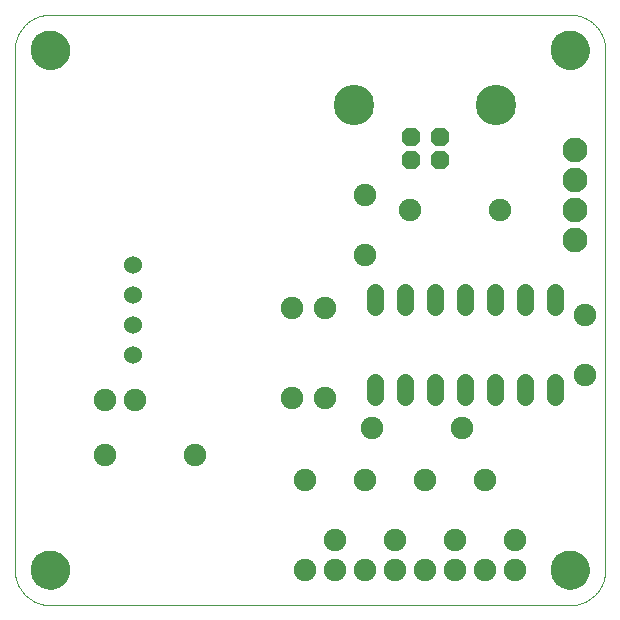
<source format=gbs>
G75*
%MOIN*%
%OFA0B0*%
%FSLAX25Y25*%
%IPPOS*%
%LPD*%
%AMOC8*
5,1,8,0,0,1.08239X$1,22.5*
%
%ADD10C,0.00000*%
%ADD11C,0.12998*%
%ADD12C,0.07487*%
%ADD13C,0.05600*%
%ADD14OC8,0.06140*%
%ADD15C,0.13455*%
%ADD16C,0.08274*%
%ADD17C,0.06000*%
D10*
X0005724Y0017535D02*
X0005724Y0190764D01*
X0011236Y0190764D02*
X0011238Y0190922D01*
X0011244Y0191080D01*
X0011254Y0191238D01*
X0011268Y0191396D01*
X0011286Y0191553D01*
X0011307Y0191710D01*
X0011333Y0191866D01*
X0011363Y0192022D01*
X0011396Y0192177D01*
X0011434Y0192330D01*
X0011475Y0192483D01*
X0011520Y0192635D01*
X0011569Y0192786D01*
X0011622Y0192935D01*
X0011678Y0193083D01*
X0011738Y0193229D01*
X0011802Y0193374D01*
X0011870Y0193517D01*
X0011941Y0193659D01*
X0012015Y0193799D01*
X0012093Y0193936D01*
X0012175Y0194072D01*
X0012259Y0194206D01*
X0012348Y0194337D01*
X0012439Y0194466D01*
X0012534Y0194593D01*
X0012631Y0194718D01*
X0012732Y0194840D01*
X0012836Y0194959D01*
X0012943Y0195076D01*
X0013053Y0195190D01*
X0013166Y0195301D01*
X0013281Y0195410D01*
X0013399Y0195515D01*
X0013520Y0195617D01*
X0013643Y0195717D01*
X0013769Y0195813D01*
X0013897Y0195906D01*
X0014027Y0195996D01*
X0014160Y0196082D01*
X0014295Y0196166D01*
X0014431Y0196245D01*
X0014570Y0196322D01*
X0014711Y0196394D01*
X0014853Y0196464D01*
X0014997Y0196529D01*
X0015143Y0196591D01*
X0015290Y0196649D01*
X0015439Y0196704D01*
X0015589Y0196755D01*
X0015740Y0196802D01*
X0015892Y0196845D01*
X0016045Y0196884D01*
X0016200Y0196920D01*
X0016355Y0196951D01*
X0016511Y0196979D01*
X0016667Y0197003D01*
X0016824Y0197023D01*
X0016982Y0197039D01*
X0017139Y0197051D01*
X0017298Y0197059D01*
X0017456Y0197063D01*
X0017614Y0197063D01*
X0017772Y0197059D01*
X0017931Y0197051D01*
X0018088Y0197039D01*
X0018246Y0197023D01*
X0018403Y0197003D01*
X0018559Y0196979D01*
X0018715Y0196951D01*
X0018870Y0196920D01*
X0019025Y0196884D01*
X0019178Y0196845D01*
X0019330Y0196802D01*
X0019481Y0196755D01*
X0019631Y0196704D01*
X0019780Y0196649D01*
X0019927Y0196591D01*
X0020073Y0196529D01*
X0020217Y0196464D01*
X0020359Y0196394D01*
X0020500Y0196322D01*
X0020639Y0196245D01*
X0020775Y0196166D01*
X0020910Y0196082D01*
X0021043Y0195996D01*
X0021173Y0195906D01*
X0021301Y0195813D01*
X0021427Y0195717D01*
X0021550Y0195617D01*
X0021671Y0195515D01*
X0021789Y0195410D01*
X0021904Y0195301D01*
X0022017Y0195190D01*
X0022127Y0195076D01*
X0022234Y0194959D01*
X0022338Y0194840D01*
X0022439Y0194718D01*
X0022536Y0194593D01*
X0022631Y0194466D01*
X0022722Y0194337D01*
X0022811Y0194206D01*
X0022895Y0194072D01*
X0022977Y0193936D01*
X0023055Y0193799D01*
X0023129Y0193659D01*
X0023200Y0193517D01*
X0023268Y0193374D01*
X0023332Y0193229D01*
X0023392Y0193083D01*
X0023448Y0192935D01*
X0023501Y0192786D01*
X0023550Y0192635D01*
X0023595Y0192483D01*
X0023636Y0192330D01*
X0023674Y0192177D01*
X0023707Y0192022D01*
X0023737Y0191866D01*
X0023763Y0191710D01*
X0023784Y0191553D01*
X0023802Y0191396D01*
X0023816Y0191238D01*
X0023826Y0191080D01*
X0023832Y0190922D01*
X0023834Y0190764D01*
X0023832Y0190606D01*
X0023826Y0190448D01*
X0023816Y0190290D01*
X0023802Y0190132D01*
X0023784Y0189975D01*
X0023763Y0189818D01*
X0023737Y0189662D01*
X0023707Y0189506D01*
X0023674Y0189351D01*
X0023636Y0189198D01*
X0023595Y0189045D01*
X0023550Y0188893D01*
X0023501Y0188742D01*
X0023448Y0188593D01*
X0023392Y0188445D01*
X0023332Y0188299D01*
X0023268Y0188154D01*
X0023200Y0188011D01*
X0023129Y0187869D01*
X0023055Y0187729D01*
X0022977Y0187592D01*
X0022895Y0187456D01*
X0022811Y0187322D01*
X0022722Y0187191D01*
X0022631Y0187062D01*
X0022536Y0186935D01*
X0022439Y0186810D01*
X0022338Y0186688D01*
X0022234Y0186569D01*
X0022127Y0186452D01*
X0022017Y0186338D01*
X0021904Y0186227D01*
X0021789Y0186118D01*
X0021671Y0186013D01*
X0021550Y0185911D01*
X0021427Y0185811D01*
X0021301Y0185715D01*
X0021173Y0185622D01*
X0021043Y0185532D01*
X0020910Y0185446D01*
X0020775Y0185362D01*
X0020639Y0185283D01*
X0020500Y0185206D01*
X0020359Y0185134D01*
X0020217Y0185064D01*
X0020073Y0184999D01*
X0019927Y0184937D01*
X0019780Y0184879D01*
X0019631Y0184824D01*
X0019481Y0184773D01*
X0019330Y0184726D01*
X0019178Y0184683D01*
X0019025Y0184644D01*
X0018870Y0184608D01*
X0018715Y0184577D01*
X0018559Y0184549D01*
X0018403Y0184525D01*
X0018246Y0184505D01*
X0018088Y0184489D01*
X0017931Y0184477D01*
X0017772Y0184469D01*
X0017614Y0184465D01*
X0017456Y0184465D01*
X0017298Y0184469D01*
X0017139Y0184477D01*
X0016982Y0184489D01*
X0016824Y0184505D01*
X0016667Y0184525D01*
X0016511Y0184549D01*
X0016355Y0184577D01*
X0016200Y0184608D01*
X0016045Y0184644D01*
X0015892Y0184683D01*
X0015740Y0184726D01*
X0015589Y0184773D01*
X0015439Y0184824D01*
X0015290Y0184879D01*
X0015143Y0184937D01*
X0014997Y0184999D01*
X0014853Y0185064D01*
X0014711Y0185134D01*
X0014570Y0185206D01*
X0014431Y0185283D01*
X0014295Y0185362D01*
X0014160Y0185446D01*
X0014027Y0185532D01*
X0013897Y0185622D01*
X0013769Y0185715D01*
X0013643Y0185811D01*
X0013520Y0185911D01*
X0013399Y0186013D01*
X0013281Y0186118D01*
X0013166Y0186227D01*
X0013053Y0186338D01*
X0012943Y0186452D01*
X0012836Y0186569D01*
X0012732Y0186688D01*
X0012631Y0186810D01*
X0012534Y0186935D01*
X0012439Y0187062D01*
X0012348Y0187191D01*
X0012259Y0187322D01*
X0012175Y0187456D01*
X0012093Y0187592D01*
X0012015Y0187729D01*
X0011941Y0187869D01*
X0011870Y0188011D01*
X0011802Y0188154D01*
X0011738Y0188299D01*
X0011678Y0188445D01*
X0011622Y0188593D01*
X0011569Y0188742D01*
X0011520Y0188893D01*
X0011475Y0189045D01*
X0011434Y0189198D01*
X0011396Y0189351D01*
X0011363Y0189506D01*
X0011333Y0189662D01*
X0011307Y0189818D01*
X0011286Y0189975D01*
X0011268Y0190132D01*
X0011254Y0190290D01*
X0011244Y0190448D01*
X0011238Y0190606D01*
X0011236Y0190764D01*
X0005724Y0190764D02*
X0005727Y0191049D01*
X0005738Y0191335D01*
X0005755Y0191620D01*
X0005779Y0191904D01*
X0005810Y0192188D01*
X0005848Y0192471D01*
X0005893Y0192752D01*
X0005944Y0193033D01*
X0006002Y0193313D01*
X0006067Y0193591D01*
X0006139Y0193867D01*
X0006217Y0194141D01*
X0006302Y0194414D01*
X0006394Y0194684D01*
X0006492Y0194952D01*
X0006596Y0195218D01*
X0006707Y0195481D01*
X0006824Y0195741D01*
X0006947Y0195999D01*
X0007077Y0196253D01*
X0007213Y0196504D01*
X0007354Y0196752D01*
X0007502Y0196996D01*
X0007655Y0197237D01*
X0007815Y0197473D01*
X0007980Y0197706D01*
X0008150Y0197935D01*
X0008326Y0198160D01*
X0008508Y0198380D01*
X0008694Y0198596D01*
X0008886Y0198807D01*
X0009083Y0199014D01*
X0009285Y0199216D01*
X0009492Y0199413D01*
X0009703Y0199605D01*
X0009919Y0199791D01*
X0010139Y0199973D01*
X0010364Y0200149D01*
X0010593Y0200319D01*
X0010826Y0200484D01*
X0011062Y0200644D01*
X0011303Y0200797D01*
X0011547Y0200945D01*
X0011795Y0201086D01*
X0012046Y0201222D01*
X0012300Y0201352D01*
X0012558Y0201475D01*
X0012818Y0201592D01*
X0013081Y0201703D01*
X0013347Y0201807D01*
X0013615Y0201905D01*
X0013885Y0201997D01*
X0014158Y0202082D01*
X0014432Y0202160D01*
X0014708Y0202232D01*
X0014986Y0202297D01*
X0015266Y0202355D01*
X0015547Y0202406D01*
X0015828Y0202451D01*
X0016111Y0202489D01*
X0016395Y0202520D01*
X0016679Y0202544D01*
X0016964Y0202561D01*
X0017250Y0202572D01*
X0017535Y0202575D01*
X0190764Y0202575D01*
X0184465Y0190764D02*
X0184467Y0190922D01*
X0184473Y0191080D01*
X0184483Y0191238D01*
X0184497Y0191396D01*
X0184515Y0191553D01*
X0184536Y0191710D01*
X0184562Y0191866D01*
X0184592Y0192022D01*
X0184625Y0192177D01*
X0184663Y0192330D01*
X0184704Y0192483D01*
X0184749Y0192635D01*
X0184798Y0192786D01*
X0184851Y0192935D01*
X0184907Y0193083D01*
X0184967Y0193229D01*
X0185031Y0193374D01*
X0185099Y0193517D01*
X0185170Y0193659D01*
X0185244Y0193799D01*
X0185322Y0193936D01*
X0185404Y0194072D01*
X0185488Y0194206D01*
X0185577Y0194337D01*
X0185668Y0194466D01*
X0185763Y0194593D01*
X0185860Y0194718D01*
X0185961Y0194840D01*
X0186065Y0194959D01*
X0186172Y0195076D01*
X0186282Y0195190D01*
X0186395Y0195301D01*
X0186510Y0195410D01*
X0186628Y0195515D01*
X0186749Y0195617D01*
X0186872Y0195717D01*
X0186998Y0195813D01*
X0187126Y0195906D01*
X0187256Y0195996D01*
X0187389Y0196082D01*
X0187524Y0196166D01*
X0187660Y0196245D01*
X0187799Y0196322D01*
X0187940Y0196394D01*
X0188082Y0196464D01*
X0188226Y0196529D01*
X0188372Y0196591D01*
X0188519Y0196649D01*
X0188668Y0196704D01*
X0188818Y0196755D01*
X0188969Y0196802D01*
X0189121Y0196845D01*
X0189274Y0196884D01*
X0189429Y0196920D01*
X0189584Y0196951D01*
X0189740Y0196979D01*
X0189896Y0197003D01*
X0190053Y0197023D01*
X0190211Y0197039D01*
X0190368Y0197051D01*
X0190527Y0197059D01*
X0190685Y0197063D01*
X0190843Y0197063D01*
X0191001Y0197059D01*
X0191160Y0197051D01*
X0191317Y0197039D01*
X0191475Y0197023D01*
X0191632Y0197003D01*
X0191788Y0196979D01*
X0191944Y0196951D01*
X0192099Y0196920D01*
X0192254Y0196884D01*
X0192407Y0196845D01*
X0192559Y0196802D01*
X0192710Y0196755D01*
X0192860Y0196704D01*
X0193009Y0196649D01*
X0193156Y0196591D01*
X0193302Y0196529D01*
X0193446Y0196464D01*
X0193588Y0196394D01*
X0193729Y0196322D01*
X0193868Y0196245D01*
X0194004Y0196166D01*
X0194139Y0196082D01*
X0194272Y0195996D01*
X0194402Y0195906D01*
X0194530Y0195813D01*
X0194656Y0195717D01*
X0194779Y0195617D01*
X0194900Y0195515D01*
X0195018Y0195410D01*
X0195133Y0195301D01*
X0195246Y0195190D01*
X0195356Y0195076D01*
X0195463Y0194959D01*
X0195567Y0194840D01*
X0195668Y0194718D01*
X0195765Y0194593D01*
X0195860Y0194466D01*
X0195951Y0194337D01*
X0196040Y0194206D01*
X0196124Y0194072D01*
X0196206Y0193936D01*
X0196284Y0193799D01*
X0196358Y0193659D01*
X0196429Y0193517D01*
X0196497Y0193374D01*
X0196561Y0193229D01*
X0196621Y0193083D01*
X0196677Y0192935D01*
X0196730Y0192786D01*
X0196779Y0192635D01*
X0196824Y0192483D01*
X0196865Y0192330D01*
X0196903Y0192177D01*
X0196936Y0192022D01*
X0196966Y0191866D01*
X0196992Y0191710D01*
X0197013Y0191553D01*
X0197031Y0191396D01*
X0197045Y0191238D01*
X0197055Y0191080D01*
X0197061Y0190922D01*
X0197063Y0190764D01*
X0197061Y0190606D01*
X0197055Y0190448D01*
X0197045Y0190290D01*
X0197031Y0190132D01*
X0197013Y0189975D01*
X0196992Y0189818D01*
X0196966Y0189662D01*
X0196936Y0189506D01*
X0196903Y0189351D01*
X0196865Y0189198D01*
X0196824Y0189045D01*
X0196779Y0188893D01*
X0196730Y0188742D01*
X0196677Y0188593D01*
X0196621Y0188445D01*
X0196561Y0188299D01*
X0196497Y0188154D01*
X0196429Y0188011D01*
X0196358Y0187869D01*
X0196284Y0187729D01*
X0196206Y0187592D01*
X0196124Y0187456D01*
X0196040Y0187322D01*
X0195951Y0187191D01*
X0195860Y0187062D01*
X0195765Y0186935D01*
X0195668Y0186810D01*
X0195567Y0186688D01*
X0195463Y0186569D01*
X0195356Y0186452D01*
X0195246Y0186338D01*
X0195133Y0186227D01*
X0195018Y0186118D01*
X0194900Y0186013D01*
X0194779Y0185911D01*
X0194656Y0185811D01*
X0194530Y0185715D01*
X0194402Y0185622D01*
X0194272Y0185532D01*
X0194139Y0185446D01*
X0194004Y0185362D01*
X0193868Y0185283D01*
X0193729Y0185206D01*
X0193588Y0185134D01*
X0193446Y0185064D01*
X0193302Y0184999D01*
X0193156Y0184937D01*
X0193009Y0184879D01*
X0192860Y0184824D01*
X0192710Y0184773D01*
X0192559Y0184726D01*
X0192407Y0184683D01*
X0192254Y0184644D01*
X0192099Y0184608D01*
X0191944Y0184577D01*
X0191788Y0184549D01*
X0191632Y0184525D01*
X0191475Y0184505D01*
X0191317Y0184489D01*
X0191160Y0184477D01*
X0191001Y0184469D01*
X0190843Y0184465D01*
X0190685Y0184465D01*
X0190527Y0184469D01*
X0190368Y0184477D01*
X0190211Y0184489D01*
X0190053Y0184505D01*
X0189896Y0184525D01*
X0189740Y0184549D01*
X0189584Y0184577D01*
X0189429Y0184608D01*
X0189274Y0184644D01*
X0189121Y0184683D01*
X0188969Y0184726D01*
X0188818Y0184773D01*
X0188668Y0184824D01*
X0188519Y0184879D01*
X0188372Y0184937D01*
X0188226Y0184999D01*
X0188082Y0185064D01*
X0187940Y0185134D01*
X0187799Y0185206D01*
X0187660Y0185283D01*
X0187524Y0185362D01*
X0187389Y0185446D01*
X0187256Y0185532D01*
X0187126Y0185622D01*
X0186998Y0185715D01*
X0186872Y0185811D01*
X0186749Y0185911D01*
X0186628Y0186013D01*
X0186510Y0186118D01*
X0186395Y0186227D01*
X0186282Y0186338D01*
X0186172Y0186452D01*
X0186065Y0186569D01*
X0185961Y0186688D01*
X0185860Y0186810D01*
X0185763Y0186935D01*
X0185668Y0187062D01*
X0185577Y0187191D01*
X0185488Y0187322D01*
X0185404Y0187456D01*
X0185322Y0187592D01*
X0185244Y0187729D01*
X0185170Y0187869D01*
X0185099Y0188011D01*
X0185031Y0188154D01*
X0184967Y0188299D01*
X0184907Y0188445D01*
X0184851Y0188593D01*
X0184798Y0188742D01*
X0184749Y0188893D01*
X0184704Y0189045D01*
X0184663Y0189198D01*
X0184625Y0189351D01*
X0184592Y0189506D01*
X0184562Y0189662D01*
X0184536Y0189818D01*
X0184515Y0189975D01*
X0184497Y0190132D01*
X0184483Y0190290D01*
X0184473Y0190448D01*
X0184467Y0190606D01*
X0184465Y0190764D01*
X0190764Y0202575D02*
X0191049Y0202572D01*
X0191335Y0202561D01*
X0191620Y0202544D01*
X0191904Y0202520D01*
X0192188Y0202489D01*
X0192471Y0202451D01*
X0192752Y0202406D01*
X0193033Y0202355D01*
X0193313Y0202297D01*
X0193591Y0202232D01*
X0193867Y0202160D01*
X0194141Y0202082D01*
X0194414Y0201997D01*
X0194684Y0201905D01*
X0194952Y0201807D01*
X0195218Y0201703D01*
X0195481Y0201592D01*
X0195741Y0201475D01*
X0195999Y0201352D01*
X0196253Y0201222D01*
X0196504Y0201086D01*
X0196752Y0200945D01*
X0196996Y0200797D01*
X0197237Y0200644D01*
X0197473Y0200484D01*
X0197706Y0200319D01*
X0197935Y0200149D01*
X0198160Y0199973D01*
X0198380Y0199791D01*
X0198596Y0199605D01*
X0198807Y0199413D01*
X0199014Y0199216D01*
X0199216Y0199014D01*
X0199413Y0198807D01*
X0199605Y0198596D01*
X0199791Y0198380D01*
X0199973Y0198160D01*
X0200149Y0197935D01*
X0200319Y0197706D01*
X0200484Y0197473D01*
X0200644Y0197237D01*
X0200797Y0196996D01*
X0200945Y0196752D01*
X0201086Y0196504D01*
X0201222Y0196253D01*
X0201352Y0195999D01*
X0201475Y0195741D01*
X0201592Y0195481D01*
X0201703Y0195218D01*
X0201807Y0194952D01*
X0201905Y0194684D01*
X0201997Y0194414D01*
X0202082Y0194141D01*
X0202160Y0193867D01*
X0202232Y0193591D01*
X0202297Y0193313D01*
X0202355Y0193033D01*
X0202406Y0192752D01*
X0202451Y0192471D01*
X0202489Y0192188D01*
X0202520Y0191904D01*
X0202544Y0191620D01*
X0202561Y0191335D01*
X0202572Y0191049D01*
X0202575Y0190764D01*
X0202575Y0017535D01*
X0184465Y0017535D02*
X0184467Y0017693D01*
X0184473Y0017851D01*
X0184483Y0018009D01*
X0184497Y0018167D01*
X0184515Y0018324D01*
X0184536Y0018481D01*
X0184562Y0018637D01*
X0184592Y0018793D01*
X0184625Y0018948D01*
X0184663Y0019101D01*
X0184704Y0019254D01*
X0184749Y0019406D01*
X0184798Y0019557D01*
X0184851Y0019706D01*
X0184907Y0019854D01*
X0184967Y0020000D01*
X0185031Y0020145D01*
X0185099Y0020288D01*
X0185170Y0020430D01*
X0185244Y0020570D01*
X0185322Y0020707D01*
X0185404Y0020843D01*
X0185488Y0020977D01*
X0185577Y0021108D01*
X0185668Y0021237D01*
X0185763Y0021364D01*
X0185860Y0021489D01*
X0185961Y0021611D01*
X0186065Y0021730D01*
X0186172Y0021847D01*
X0186282Y0021961D01*
X0186395Y0022072D01*
X0186510Y0022181D01*
X0186628Y0022286D01*
X0186749Y0022388D01*
X0186872Y0022488D01*
X0186998Y0022584D01*
X0187126Y0022677D01*
X0187256Y0022767D01*
X0187389Y0022853D01*
X0187524Y0022937D01*
X0187660Y0023016D01*
X0187799Y0023093D01*
X0187940Y0023165D01*
X0188082Y0023235D01*
X0188226Y0023300D01*
X0188372Y0023362D01*
X0188519Y0023420D01*
X0188668Y0023475D01*
X0188818Y0023526D01*
X0188969Y0023573D01*
X0189121Y0023616D01*
X0189274Y0023655D01*
X0189429Y0023691D01*
X0189584Y0023722D01*
X0189740Y0023750D01*
X0189896Y0023774D01*
X0190053Y0023794D01*
X0190211Y0023810D01*
X0190368Y0023822D01*
X0190527Y0023830D01*
X0190685Y0023834D01*
X0190843Y0023834D01*
X0191001Y0023830D01*
X0191160Y0023822D01*
X0191317Y0023810D01*
X0191475Y0023794D01*
X0191632Y0023774D01*
X0191788Y0023750D01*
X0191944Y0023722D01*
X0192099Y0023691D01*
X0192254Y0023655D01*
X0192407Y0023616D01*
X0192559Y0023573D01*
X0192710Y0023526D01*
X0192860Y0023475D01*
X0193009Y0023420D01*
X0193156Y0023362D01*
X0193302Y0023300D01*
X0193446Y0023235D01*
X0193588Y0023165D01*
X0193729Y0023093D01*
X0193868Y0023016D01*
X0194004Y0022937D01*
X0194139Y0022853D01*
X0194272Y0022767D01*
X0194402Y0022677D01*
X0194530Y0022584D01*
X0194656Y0022488D01*
X0194779Y0022388D01*
X0194900Y0022286D01*
X0195018Y0022181D01*
X0195133Y0022072D01*
X0195246Y0021961D01*
X0195356Y0021847D01*
X0195463Y0021730D01*
X0195567Y0021611D01*
X0195668Y0021489D01*
X0195765Y0021364D01*
X0195860Y0021237D01*
X0195951Y0021108D01*
X0196040Y0020977D01*
X0196124Y0020843D01*
X0196206Y0020707D01*
X0196284Y0020570D01*
X0196358Y0020430D01*
X0196429Y0020288D01*
X0196497Y0020145D01*
X0196561Y0020000D01*
X0196621Y0019854D01*
X0196677Y0019706D01*
X0196730Y0019557D01*
X0196779Y0019406D01*
X0196824Y0019254D01*
X0196865Y0019101D01*
X0196903Y0018948D01*
X0196936Y0018793D01*
X0196966Y0018637D01*
X0196992Y0018481D01*
X0197013Y0018324D01*
X0197031Y0018167D01*
X0197045Y0018009D01*
X0197055Y0017851D01*
X0197061Y0017693D01*
X0197063Y0017535D01*
X0197061Y0017377D01*
X0197055Y0017219D01*
X0197045Y0017061D01*
X0197031Y0016903D01*
X0197013Y0016746D01*
X0196992Y0016589D01*
X0196966Y0016433D01*
X0196936Y0016277D01*
X0196903Y0016122D01*
X0196865Y0015969D01*
X0196824Y0015816D01*
X0196779Y0015664D01*
X0196730Y0015513D01*
X0196677Y0015364D01*
X0196621Y0015216D01*
X0196561Y0015070D01*
X0196497Y0014925D01*
X0196429Y0014782D01*
X0196358Y0014640D01*
X0196284Y0014500D01*
X0196206Y0014363D01*
X0196124Y0014227D01*
X0196040Y0014093D01*
X0195951Y0013962D01*
X0195860Y0013833D01*
X0195765Y0013706D01*
X0195668Y0013581D01*
X0195567Y0013459D01*
X0195463Y0013340D01*
X0195356Y0013223D01*
X0195246Y0013109D01*
X0195133Y0012998D01*
X0195018Y0012889D01*
X0194900Y0012784D01*
X0194779Y0012682D01*
X0194656Y0012582D01*
X0194530Y0012486D01*
X0194402Y0012393D01*
X0194272Y0012303D01*
X0194139Y0012217D01*
X0194004Y0012133D01*
X0193868Y0012054D01*
X0193729Y0011977D01*
X0193588Y0011905D01*
X0193446Y0011835D01*
X0193302Y0011770D01*
X0193156Y0011708D01*
X0193009Y0011650D01*
X0192860Y0011595D01*
X0192710Y0011544D01*
X0192559Y0011497D01*
X0192407Y0011454D01*
X0192254Y0011415D01*
X0192099Y0011379D01*
X0191944Y0011348D01*
X0191788Y0011320D01*
X0191632Y0011296D01*
X0191475Y0011276D01*
X0191317Y0011260D01*
X0191160Y0011248D01*
X0191001Y0011240D01*
X0190843Y0011236D01*
X0190685Y0011236D01*
X0190527Y0011240D01*
X0190368Y0011248D01*
X0190211Y0011260D01*
X0190053Y0011276D01*
X0189896Y0011296D01*
X0189740Y0011320D01*
X0189584Y0011348D01*
X0189429Y0011379D01*
X0189274Y0011415D01*
X0189121Y0011454D01*
X0188969Y0011497D01*
X0188818Y0011544D01*
X0188668Y0011595D01*
X0188519Y0011650D01*
X0188372Y0011708D01*
X0188226Y0011770D01*
X0188082Y0011835D01*
X0187940Y0011905D01*
X0187799Y0011977D01*
X0187660Y0012054D01*
X0187524Y0012133D01*
X0187389Y0012217D01*
X0187256Y0012303D01*
X0187126Y0012393D01*
X0186998Y0012486D01*
X0186872Y0012582D01*
X0186749Y0012682D01*
X0186628Y0012784D01*
X0186510Y0012889D01*
X0186395Y0012998D01*
X0186282Y0013109D01*
X0186172Y0013223D01*
X0186065Y0013340D01*
X0185961Y0013459D01*
X0185860Y0013581D01*
X0185763Y0013706D01*
X0185668Y0013833D01*
X0185577Y0013962D01*
X0185488Y0014093D01*
X0185404Y0014227D01*
X0185322Y0014363D01*
X0185244Y0014500D01*
X0185170Y0014640D01*
X0185099Y0014782D01*
X0185031Y0014925D01*
X0184967Y0015070D01*
X0184907Y0015216D01*
X0184851Y0015364D01*
X0184798Y0015513D01*
X0184749Y0015664D01*
X0184704Y0015816D01*
X0184663Y0015969D01*
X0184625Y0016122D01*
X0184592Y0016277D01*
X0184562Y0016433D01*
X0184536Y0016589D01*
X0184515Y0016746D01*
X0184497Y0016903D01*
X0184483Y0017061D01*
X0184473Y0017219D01*
X0184467Y0017377D01*
X0184465Y0017535D01*
X0190764Y0005724D02*
X0191049Y0005727D01*
X0191335Y0005738D01*
X0191620Y0005755D01*
X0191904Y0005779D01*
X0192188Y0005810D01*
X0192471Y0005848D01*
X0192752Y0005893D01*
X0193033Y0005944D01*
X0193313Y0006002D01*
X0193591Y0006067D01*
X0193867Y0006139D01*
X0194141Y0006217D01*
X0194414Y0006302D01*
X0194684Y0006394D01*
X0194952Y0006492D01*
X0195218Y0006596D01*
X0195481Y0006707D01*
X0195741Y0006824D01*
X0195999Y0006947D01*
X0196253Y0007077D01*
X0196504Y0007213D01*
X0196752Y0007354D01*
X0196996Y0007502D01*
X0197237Y0007655D01*
X0197473Y0007815D01*
X0197706Y0007980D01*
X0197935Y0008150D01*
X0198160Y0008326D01*
X0198380Y0008508D01*
X0198596Y0008694D01*
X0198807Y0008886D01*
X0199014Y0009083D01*
X0199216Y0009285D01*
X0199413Y0009492D01*
X0199605Y0009703D01*
X0199791Y0009919D01*
X0199973Y0010139D01*
X0200149Y0010364D01*
X0200319Y0010593D01*
X0200484Y0010826D01*
X0200644Y0011062D01*
X0200797Y0011303D01*
X0200945Y0011547D01*
X0201086Y0011795D01*
X0201222Y0012046D01*
X0201352Y0012300D01*
X0201475Y0012558D01*
X0201592Y0012818D01*
X0201703Y0013081D01*
X0201807Y0013347D01*
X0201905Y0013615D01*
X0201997Y0013885D01*
X0202082Y0014158D01*
X0202160Y0014432D01*
X0202232Y0014708D01*
X0202297Y0014986D01*
X0202355Y0015266D01*
X0202406Y0015547D01*
X0202451Y0015828D01*
X0202489Y0016111D01*
X0202520Y0016395D01*
X0202544Y0016679D01*
X0202561Y0016964D01*
X0202572Y0017250D01*
X0202575Y0017535D01*
X0190764Y0005724D02*
X0017535Y0005724D01*
X0011236Y0017535D02*
X0011238Y0017693D01*
X0011244Y0017851D01*
X0011254Y0018009D01*
X0011268Y0018167D01*
X0011286Y0018324D01*
X0011307Y0018481D01*
X0011333Y0018637D01*
X0011363Y0018793D01*
X0011396Y0018948D01*
X0011434Y0019101D01*
X0011475Y0019254D01*
X0011520Y0019406D01*
X0011569Y0019557D01*
X0011622Y0019706D01*
X0011678Y0019854D01*
X0011738Y0020000D01*
X0011802Y0020145D01*
X0011870Y0020288D01*
X0011941Y0020430D01*
X0012015Y0020570D01*
X0012093Y0020707D01*
X0012175Y0020843D01*
X0012259Y0020977D01*
X0012348Y0021108D01*
X0012439Y0021237D01*
X0012534Y0021364D01*
X0012631Y0021489D01*
X0012732Y0021611D01*
X0012836Y0021730D01*
X0012943Y0021847D01*
X0013053Y0021961D01*
X0013166Y0022072D01*
X0013281Y0022181D01*
X0013399Y0022286D01*
X0013520Y0022388D01*
X0013643Y0022488D01*
X0013769Y0022584D01*
X0013897Y0022677D01*
X0014027Y0022767D01*
X0014160Y0022853D01*
X0014295Y0022937D01*
X0014431Y0023016D01*
X0014570Y0023093D01*
X0014711Y0023165D01*
X0014853Y0023235D01*
X0014997Y0023300D01*
X0015143Y0023362D01*
X0015290Y0023420D01*
X0015439Y0023475D01*
X0015589Y0023526D01*
X0015740Y0023573D01*
X0015892Y0023616D01*
X0016045Y0023655D01*
X0016200Y0023691D01*
X0016355Y0023722D01*
X0016511Y0023750D01*
X0016667Y0023774D01*
X0016824Y0023794D01*
X0016982Y0023810D01*
X0017139Y0023822D01*
X0017298Y0023830D01*
X0017456Y0023834D01*
X0017614Y0023834D01*
X0017772Y0023830D01*
X0017931Y0023822D01*
X0018088Y0023810D01*
X0018246Y0023794D01*
X0018403Y0023774D01*
X0018559Y0023750D01*
X0018715Y0023722D01*
X0018870Y0023691D01*
X0019025Y0023655D01*
X0019178Y0023616D01*
X0019330Y0023573D01*
X0019481Y0023526D01*
X0019631Y0023475D01*
X0019780Y0023420D01*
X0019927Y0023362D01*
X0020073Y0023300D01*
X0020217Y0023235D01*
X0020359Y0023165D01*
X0020500Y0023093D01*
X0020639Y0023016D01*
X0020775Y0022937D01*
X0020910Y0022853D01*
X0021043Y0022767D01*
X0021173Y0022677D01*
X0021301Y0022584D01*
X0021427Y0022488D01*
X0021550Y0022388D01*
X0021671Y0022286D01*
X0021789Y0022181D01*
X0021904Y0022072D01*
X0022017Y0021961D01*
X0022127Y0021847D01*
X0022234Y0021730D01*
X0022338Y0021611D01*
X0022439Y0021489D01*
X0022536Y0021364D01*
X0022631Y0021237D01*
X0022722Y0021108D01*
X0022811Y0020977D01*
X0022895Y0020843D01*
X0022977Y0020707D01*
X0023055Y0020570D01*
X0023129Y0020430D01*
X0023200Y0020288D01*
X0023268Y0020145D01*
X0023332Y0020000D01*
X0023392Y0019854D01*
X0023448Y0019706D01*
X0023501Y0019557D01*
X0023550Y0019406D01*
X0023595Y0019254D01*
X0023636Y0019101D01*
X0023674Y0018948D01*
X0023707Y0018793D01*
X0023737Y0018637D01*
X0023763Y0018481D01*
X0023784Y0018324D01*
X0023802Y0018167D01*
X0023816Y0018009D01*
X0023826Y0017851D01*
X0023832Y0017693D01*
X0023834Y0017535D01*
X0023832Y0017377D01*
X0023826Y0017219D01*
X0023816Y0017061D01*
X0023802Y0016903D01*
X0023784Y0016746D01*
X0023763Y0016589D01*
X0023737Y0016433D01*
X0023707Y0016277D01*
X0023674Y0016122D01*
X0023636Y0015969D01*
X0023595Y0015816D01*
X0023550Y0015664D01*
X0023501Y0015513D01*
X0023448Y0015364D01*
X0023392Y0015216D01*
X0023332Y0015070D01*
X0023268Y0014925D01*
X0023200Y0014782D01*
X0023129Y0014640D01*
X0023055Y0014500D01*
X0022977Y0014363D01*
X0022895Y0014227D01*
X0022811Y0014093D01*
X0022722Y0013962D01*
X0022631Y0013833D01*
X0022536Y0013706D01*
X0022439Y0013581D01*
X0022338Y0013459D01*
X0022234Y0013340D01*
X0022127Y0013223D01*
X0022017Y0013109D01*
X0021904Y0012998D01*
X0021789Y0012889D01*
X0021671Y0012784D01*
X0021550Y0012682D01*
X0021427Y0012582D01*
X0021301Y0012486D01*
X0021173Y0012393D01*
X0021043Y0012303D01*
X0020910Y0012217D01*
X0020775Y0012133D01*
X0020639Y0012054D01*
X0020500Y0011977D01*
X0020359Y0011905D01*
X0020217Y0011835D01*
X0020073Y0011770D01*
X0019927Y0011708D01*
X0019780Y0011650D01*
X0019631Y0011595D01*
X0019481Y0011544D01*
X0019330Y0011497D01*
X0019178Y0011454D01*
X0019025Y0011415D01*
X0018870Y0011379D01*
X0018715Y0011348D01*
X0018559Y0011320D01*
X0018403Y0011296D01*
X0018246Y0011276D01*
X0018088Y0011260D01*
X0017931Y0011248D01*
X0017772Y0011240D01*
X0017614Y0011236D01*
X0017456Y0011236D01*
X0017298Y0011240D01*
X0017139Y0011248D01*
X0016982Y0011260D01*
X0016824Y0011276D01*
X0016667Y0011296D01*
X0016511Y0011320D01*
X0016355Y0011348D01*
X0016200Y0011379D01*
X0016045Y0011415D01*
X0015892Y0011454D01*
X0015740Y0011497D01*
X0015589Y0011544D01*
X0015439Y0011595D01*
X0015290Y0011650D01*
X0015143Y0011708D01*
X0014997Y0011770D01*
X0014853Y0011835D01*
X0014711Y0011905D01*
X0014570Y0011977D01*
X0014431Y0012054D01*
X0014295Y0012133D01*
X0014160Y0012217D01*
X0014027Y0012303D01*
X0013897Y0012393D01*
X0013769Y0012486D01*
X0013643Y0012582D01*
X0013520Y0012682D01*
X0013399Y0012784D01*
X0013281Y0012889D01*
X0013166Y0012998D01*
X0013053Y0013109D01*
X0012943Y0013223D01*
X0012836Y0013340D01*
X0012732Y0013459D01*
X0012631Y0013581D01*
X0012534Y0013706D01*
X0012439Y0013833D01*
X0012348Y0013962D01*
X0012259Y0014093D01*
X0012175Y0014227D01*
X0012093Y0014363D01*
X0012015Y0014500D01*
X0011941Y0014640D01*
X0011870Y0014782D01*
X0011802Y0014925D01*
X0011738Y0015070D01*
X0011678Y0015216D01*
X0011622Y0015364D01*
X0011569Y0015513D01*
X0011520Y0015664D01*
X0011475Y0015816D01*
X0011434Y0015969D01*
X0011396Y0016122D01*
X0011363Y0016277D01*
X0011333Y0016433D01*
X0011307Y0016589D01*
X0011286Y0016746D01*
X0011268Y0016903D01*
X0011254Y0017061D01*
X0011244Y0017219D01*
X0011238Y0017377D01*
X0011236Y0017535D01*
X0005724Y0017535D02*
X0005727Y0017250D01*
X0005738Y0016964D01*
X0005755Y0016679D01*
X0005779Y0016395D01*
X0005810Y0016111D01*
X0005848Y0015828D01*
X0005893Y0015547D01*
X0005944Y0015266D01*
X0006002Y0014986D01*
X0006067Y0014708D01*
X0006139Y0014432D01*
X0006217Y0014158D01*
X0006302Y0013885D01*
X0006394Y0013615D01*
X0006492Y0013347D01*
X0006596Y0013081D01*
X0006707Y0012818D01*
X0006824Y0012558D01*
X0006947Y0012300D01*
X0007077Y0012046D01*
X0007213Y0011795D01*
X0007354Y0011547D01*
X0007502Y0011303D01*
X0007655Y0011062D01*
X0007815Y0010826D01*
X0007980Y0010593D01*
X0008150Y0010364D01*
X0008326Y0010139D01*
X0008508Y0009919D01*
X0008694Y0009703D01*
X0008886Y0009492D01*
X0009083Y0009285D01*
X0009285Y0009083D01*
X0009492Y0008886D01*
X0009703Y0008694D01*
X0009919Y0008508D01*
X0010139Y0008326D01*
X0010364Y0008150D01*
X0010593Y0007980D01*
X0010826Y0007815D01*
X0011062Y0007655D01*
X0011303Y0007502D01*
X0011547Y0007354D01*
X0011795Y0007213D01*
X0012046Y0007077D01*
X0012300Y0006947D01*
X0012558Y0006824D01*
X0012818Y0006707D01*
X0013081Y0006596D01*
X0013347Y0006492D01*
X0013615Y0006394D01*
X0013885Y0006302D01*
X0014158Y0006217D01*
X0014432Y0006139D01*
X0014708Y0006067D01*
X0014986Y0006002D01*
X0015266Y0005944D01*
X0015547Y0005893D01*
X0015828Y0005848D01*
X0016111Y0005810D01*
X0016395Y0005779D01*
X0016679Y0005755D01*
X0016964Y0005738D01*
X0017250Y0005727D01*
X0017535Y0005724D01*
D11*
X0017535Y0017535D03*
X0017535Y0190764D03*
X0190764Y0190764D03*
X0190764Y0017535D03*
D12*
X0172575Y0017575D03*
X0172575Y0027575D03*
X0162575Y0017575D03*
X0152575Y0017575D03*
X0152575Y0027575D03*
X0142575Y0017575D03*
X0132575Y0017575D03*
X0132575Y0027575D03*
X0122575Y0017575D03*
X0112575Y0017575D03*
X0112575Y0027575D03*
X0102575Y0017575D03*
X0102575Y0047575D03*
X0122575Y0047575D03*
X0124937Y0064937D03*
X0109012Y0074937D03*
X0098224Y0074937D03*
X0098224Y0104937D03*
X0109012Y0104937D03*
X0122575Y0122575D03*
X0137575Y0137575D03*
X0122575Y0142575D03*
X0167575Y0137575D03*
X0195724Y0102575D03*
X0195724Y0082575D03*
X0162575Y0047575D03*
X0154937Y0064937D03*
X0142575Y0047575D03*
X0065724Y0055724D03*
X0045724Y0074150D03*
X0035724Y0074150D03*
X0035724Y0055724D03*
D13*
X0125724Y0074975D02*
X0125724Y0080175D01*
X0135724Y0080175D02*
X0135724Y0074975D01*
X0145724Y0074975D02*
X0145724Y0080175D01*
X0155724Y0080175D02*
X0155724Y0074975D01*
X0165724Y0074975D02*
X0165724Y0080175D01*
X0175724Y0080175D02*
X0175724Y0074975D01*
X0185724Y0074975D02*
X0185724Y0080175D01*
X0185724Y0104975D02*
X0185724Y0110175D01*
X0175724Y0110175D02*
X0175724Y0104975D01*
X0165724Y0104975D02*
X0165724Y0110175D01*
X0155724Y0110175D02*
X0155724Y0104975D01*
X0145724Y0104975D02*
X0145724Y0110175D01*
X0135724Y0110175D02*
X0135724Y0104975D01*
X0125724Y0104975D02*
X0125724Y0110175D01*
D14*
X0137654Y0154031D03*
X0137654Y0161906D03*
X0147496Y0161906D03*
X0147496Y0154031D03*
D15*
X0166276Y0172575D03*
X0118874Y0172575D03*
D16*
X0192575Y0157575D03*
X0192575Y0147575D03*
X0192575Y0137575D03*
X0192575Y0127575D03*
D17*
X0045094Y0119150D03*
X0045094Y0109150D03*
X0045094Y0099150D03*
X0045094Y0089150D03*
M02*

</source>
